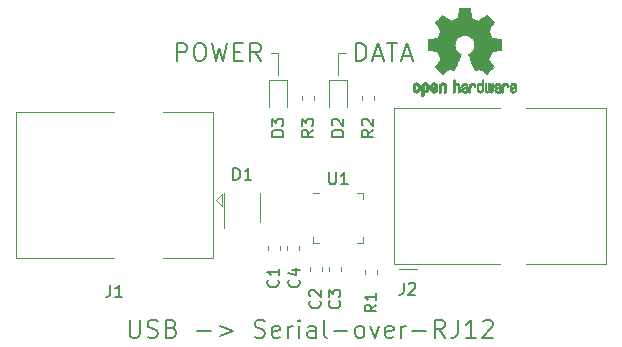
<source format=gbr>
G04 #@! TF.GenerationSoftware,KiCad,Pcbnew,(5.1.2)-2*
G04 #@! TF.CreationDate,2020-04-12T20:05:54-04:00*
G04 #@! TF.ProjectId,usb-serial-interface,7573622d-7365-4726-9961-6c2d696e7465,rev?*
G04 #@! TF.SameCoordinates,Original*
G04 #@! TF.FileFunction,Legend,Top*
G04 #@! TF.FilePolarity,Positive*
%FSLAX46Y46*%
G04 Gerber Fmt 4.6, Leading zero omitted, Abs format (unit mm)*
G04 Created by KiCad (PCBNEW (5.1.2)-2) date 2020-04-12 20:05:54*
%MOMM*%
%LPD*%
G04 APERTURE LIST*
%ADD10C,0.177800*%
%ADD11C,0.120000*%
%ADD12C,0.010000*%
%ADD13C,0.100000*%
%ADD14C,0.150000*%
G04 APERTURE END LIST*
D10*
X89026142Y-91800428D02*
X89026142Y-93034142D01*
X89098714Y-93179285D01*
X89171285Y-93251857D01*
X89316428Y-93324428D01*
X89606714Y-93324428D01*
X89751857Y-93251857D01*
X89824428Y-93179285D01*
X89897000Y-93034142D01*
X89897000Y-91800428D01*
X90550142Y-93251857D02*
X90767857Y-93324428D01*
X91130714Y-93324428D01*
X91275857Y-93251857D01*
X91348428Y-93179285D01*
X91421000Y-93034142D01*
X91421000Y-92889000D01*
X91348428Y-92743857D01*
X91275857Y-92671285D01*
X91130714Y-92598714D01*
X90840428Y-92526142D01*
X90695285Y-92453571D01*
X90622714Y-92381000D01*
X90550142Y-92235857D01*
X90550142Y-92090714D01*
X90622714Y-91945571D01*
X90695285Y-91873000D01*
X90840428Y-91800428D01*
X91203285Y-91800428D01*
X91421000Y-91873000D01*
X92582142Y-92526142D02*
X92799857Y-92598714D01*
X92872428Y-92671285D01*
X92945000Y-92816428D01*
X92945000Y-93034142D01*
X92872428Y-93179285D01*
X92799857Y-93251857D01*
X92654714Y-93324428D01*
X92074142Y-93324428D01*
X92074142Y-91800428D01*
X92582142Y-91800428D01*
X92727285Y-91873000D01*
X92799857Y-91945571D01*
X92872428Y-92090714D01*
X92872428Y-92235857D01*
X92799857Y-92381000D01*
X92727285Y-92453571D01*
X92582142Y-92526142D01*
X92074142Y-92526142D01*
X94759285Y-92743857D02*
X95920428Y-92743857D01*
X96646142Y-92308428D02*
X97807285Y-92743857D01*
X96646142Y-93179285D01*
X99621571Y-93251857D02*
X99839285Y-93324428D01*
X100202142Y-93324428D01*
X100347285Y-93251857D01*
X100419857Y-93179285D01*
X100492428Y-93034142D01*
X100492428Y-92889000D01*
X100419857Y-92743857D01*
X100347285Y-92671285D01*
X100202142Y-92598714D01*
X99911857Y-92526142D01*
X99766714Y-92453571D01*
X99694142Y-92381000D01*
X99621571Y-92235857D01*
X99621571Y-92090714D01*
X99694142Y-91945571D01*
X99766714Y-91873000D01*
X99911857Y-91800428D01*
X100274714Y-91800428D01*
X100492428Y-91873000D01*
X101726142Y-93251857D02*
X101581000Y-93324428D01*
X101290714Y-93324428D01*
X101145571Y-93251857D01*
X101073000Y-93106714D01*
X101073000Y-92526142D01*
X101145571Y-92381000D01*
X101290714Y-92308428D01*
X101581000Y-92308428D01*
X101726142Y-92381000D01*
X101798714Y-92526142D01*
X101798714Y-92671285D01*
X101073000Y-92816428D01*
X102451857Y-93324428D02*
X102451857Y-92308428D01*
X102451857Y-92598714D02*
X102524428Y-92453571D01*
X102597000Y-92381000D01*
X102742142Y-92308428D01*
X102887285Y-92308428D01*
X103395285Y-93324428D02*
X103395285Y-92308428D01*
X103395285Y-91800428D02*
X103322714Y-91873000D01*
X103395285Y-91945571D01*
X103467857Y-91873000D01*
X103395285Y-91800428D01*
X103395285Y-91945571D01*
X104774142Y-93324428D02*
X104774142Y-92526142D01*
X104701571Y-92381000D01*
X104556428Y-92308428D01*
X104266142Y-92308428D01*
X104121000Y-92381000D01*
X104774142Y-93251857D02*
X104629000Y-93324428D01*
X104266142Y-93324428D01*
X104121000Y-93251857D01*
X104048428Y-93106714D01*
X104048428Y-92961571D01*
X104121000Y-92816428D01*
X104266142Y-92743857D01*
X104629000Y-92743857D01*
X104774142Y-92671285D01*
X105717571Y-93324428D02*
X105572428Y-93251857D01*
X105499857Y-93106714D01*
X105499857Y-91800428D01*
X106298142Y-92743857D02*
X107459285Y-92743857D01*
X108402714Y-93324428D02*
X108257571Y-93251857D01*
X108185000Y-93179285D01*
X108112428Y-93034142D01*
X108112428Y-92598714D01*
X108185000Y-92453571D01*
X108257571Y-92381000D01*
X108402714Y-92308428D01*
X108620428Y-92308428D01*
X108765571Y-92381000D01*
X108838142Y-92453571D01*
X108910714Y-92598714D01*
X108910714Y-93034142D01*
X108838142Y-93179285D01*
X108765571Y-93251857D01*
X108620428Y-93324428D01*
X108402714Y-93324428D01*
X109418714Y-92308428D02*
X109781571Y-93324428D01*
X110144428Y-92308428D01*
X111305571Y-93251857D02*
X111160428Y-93324428D01*
X110870142Y-93324428D01*
X110725000Y-93251857D01*
X110652428Y-93106714D01*
X110652428Y-92526142D01*
X110725000Y-92381000D01*
X110870142Y-92308428D01*
X111160428Y-92308428D01*
X111305571Y-92381000D01*
X111378142Y-92526142D01*
X111378142Y-92671285D01*
X110652428Y-92816428D01*
X112031285Y-93324428D02*
X112031285Y-92308428D01*
X112031285Y-92598714D02*
X112103857Y-92453571D01*
X112176428Y-92381000D01*
X112321571Y-92308428D01*
X112466714Y-92308428D01*
X112974714Y-92743857D02*
X114135857Y-92743857D01*
X115732428Y-93324428D02*
X115224428Y-92598714D01*
X114861571Y-93324428D02*
X114861571Y-91800428D01*
X115442142Y-91800428D01*
X115587285Y-91873000D01*
X115659857Y-91945571D01*
X115732428Y-92090714D01*
X115732428Y-92308428D01*
X115659857Y-92453571D01*
X115587285Y-92526142D01*
X115442142Y-92598714D01*
X114861571Y-92598714D01*
X116821000Y-91800428D02*
X116821000Y-92889000D01*
X116748428Y-93106714D01*
X116603285Y-93251857D01*
X116385571Y-93324428D01*
X116240428Y-93324428D01*
X118345000Y-93324428D02*
X117474142Y-93324428D01*
X117909571Y-93324428D02*
X117909571Y-91800428D01*
X117764428Y-92018142D01*
X117619285Y-92163285D01*
X117474142Y-92235857D01*
X118925571Y-91945571D02*
X118998142Y-91873000D01*
X119143285Y-91800428D01*
X119506142Y-91800428D01*
X119651285Y-91873000D01*
X119723857Y-91945571D01*
X119796428Y-92090714D01*
X119796428Y-92235857D01*
X119723857Y-92453571D01*
X118853000Y-93324428D01*
X119796428Y-93324428D01*
D11*
X106680000Y-69215000D02*
X107315000Y-69215000D01*
X106680000Y-71120000D02*
X106680000Y-69215000D01*
X101600000Y-69215000D02*
X101600000Y-71120000D01*
X100965000Y-69215000D02*
X101600000Y-69215000D01*
D10*
X108204000Y-69904428D02*
X108204000Y-68380428D01*
X108566857Y-68380428D01*
X108784571Y-68453000D01*
X108929714Y-68598142D01*
X109002285Y-68743285D01*
X109074857Y-69033571D01*
X109074857Y-69251285D01*
X109002285Y-69541571D01*
X108929714Y-69686714D01*
X108784571Y-69831857D01*
X108566857Y-69904428D01*
X108204000Y-69904428D01*
X109655428Y-69469000D02*
X110381142Y-69469000D01*
X109510285Y-69904428D02*
X110018285Y-68380428D01*
X110526285Y-69904428D01*
X110816571Y-68380428D02*
X111687428Y-68380428D01*
X111252000Y-69904428D02*
X111252000Y-68380428D01*
X112122857Y-69469000D02*
X112848571Y-69469000D01*
X111977714Y-69904428D02*
X112485714Y-68380428D01*
X112993714Y-69904428D01*
X93000285Y-69904428D02*
X93000285Y-68380428D01*
X93580857Y-68380428D01*
X93726000Y-68453000D01*
X93798571Y-68525571D01*
X93871142Y-68670714D01*
X93871142Y-68888428D01*
X93798571Y-69033571D01*
X93726000Y-69106142D01*
X93580857Y-69178714D01*
X93000285Y-69178714D01*
X94814571Y-68380428D02*
X95104857Y-68380428D01*
X95250000Y-68453000D01*
X95395142Y-68598142D01*
X95467714Y-68888428D01*
X95467714Y-69396428D01*
X95395142Y-69686714D01*
X95250000Y-69831857D01*
X95104857Y-69904428D01*
X94814571Y-69904428D01*
X94669428Y-69831857D01*
X94524285Y-69686714D01*
X94451714Y-69396428D01*
X94451714Y-68888428D01*
X94524285Y-68598142D01*
X94669428Y-68453000D01*
X94814571Y-68380428D01*
X95975714Y-68380428D02*
X96338571Y-69904428D01*
X96628857Y-68815857D01*
X96919142Y-69904428D01*
X97282000Y-68380428D01*
X97862571Y-69106142D02*
X98370571Y-69106142D01*
X98588285Y-69904428D02*
X97862571Y-69904428D01*
X97862571Y-68380428D01*
X98588285Y-68380428D01*
X100112285Y-69904428D02*
X99604285Y-69178714D01*
X99241428Y-69904428D02*
X99241428Y-68380428D01*
X99822000Y-68380428D01*
X99967142Y-68453000D01*
X100039714Y-68525571D01*
X100112285Y-68670714D01*
X100112285Y-68888428D01*
X100039714Y-69033571D01*
X99967142Y-69106142D01*
X99822000Y-69178714D01*
X99241428Y-69178714D01*
D12*
G36*
X114143886Y-71719505D02*
G01*
X114218539Y-71756727D01*
X114284431Y-71825261D01*
X114302577Y-71850648D01*
X114322345Y-71883866D01*
X114335172Y-71919945D01*
X114342510Y-71968098D01*
X114345813Y-72037536D01*
X114346538Y-72129206D01*
X114343263Y-72254830D01*
X114331877Y-72349154D01*
X114310041Y-72419523D01*
X114275419Y-72473286D01*
X114225670Y-72517788D01*
X114222014Y-72520423D01*
X114172985Y-72547377D01*
X114113945Y-72560712D01*
X114038859Y-72564000D01*
X113916795Y-72564000D01*
X113916744Y-72682497D01*
X113915608Y-72748492D01*
X113908686Y-72787202D01*
X113890598Y-72810419D01*
X113855962Y-72829933D01*
X113847645Y-72833920D01*
X113808720Y-72852603D01*
X113778583Y-72864403D01*
X113756174Y-72865422D01*
X113740433Y-72851761D01*
X113730302Y-72819522D01*
X113724723Y-72764804D01*
X113722635Y-72683711D01*
X113722981Y-72572344D01*
X113724700Y-72426802D01*
X113725237Y-72383269D01*
X113727172Y-72233205D01*
X113728904Y-72135042D01*
X113916692Y-72135042D01*
X113917748Y-72218364D01*
X113922438Y-72272880D01*
X113933051Y-72308837D01*
X113951872Y-72336482D01*
X113964650Y-72349965D01*
X114016890Y-72389417D01*
X114063142Y-72392628D01*
X114110867Y-72360049D01*
X114112077Y-72358846D01*
X114131494Y-72333668D01*
X114143307Y-72299447D01*
X114149265Y-72246748D01*
X114151120Y-72166131D01*
X114151154Y-72148271D01*
X114146670Y-72037175D01*
X114132074Y-71960161D01*
X114105650Y-71913147D01*
X114065683Y-71892050D01*
X114042584Y-71889923D01*
X113987762Y-71899900D01*
X113950158Y-71932752D01*
X113927523Y-71992857D01*
X113917606Y-72084598D01*
X113916692Y-72135042D01*
X113728904Y-72135042D01*
X113729222Y-72117060D01*
X113731873Y-72029679D01*
X113735606Y-71965905D01*
X113740907Y-71920582D01*
X113748258Y-71888555D01*
X113758143Y-71864668D01*
X113771046Y-71843764D01*
X113776579Y-71835898D01*
X113849969Y-71761595D01*
X113942760Y-71719467D01*
X114050096Y-71707722D01*
X114143886Y-71719505D01*
X114143886Y-71719505D01*
G37*
X114143886Y-71719505D02*
X114218539Y-71756727D01*
X114284431Y-71825261D01*
X114302577Y-71850648D01*
X114322345Y-71883866D01*
X114335172Y-71919945D01*
X114342510Y-71968098D01*
X114345813Y-72037536D01*
X114346538Y-72129206D01*
X114343263Y-72254830D01*
X114331877Y-72349154D01*
X114310041Y-72419523D01*
X114275419Y-72473286D01*
X114225670Y-72517788D01*
X114222014Y-72520423D01*
X114172985Y-72547377D01*
X114113945Y-72560712D01*
X114038859Y-72564000D01*
X113916795Y-72564000D01*
X113916744Y-72682497D01*
X113915608Y-72748492D01*
X113908686Y-72787202D01*
X113890598Y-72810419D01*
X113855962Y-72829933D01*
X113847645Y-72833920D01*
X113808720Y-72852603D01*
X113778583Y-72864403D01*
X113756174Y-72865422D01*
X113740433Y-72851761D01*
X113730302Y-72819522D01*
X113724723Y-72764804D01*
X113722635Y-72683711D01*
X113722981Y-72572344D01*
X113724700Y-72426802D01*
X113725237Y-72383269D01*
X113727172Y-72233205D01*
X113728904Y-72135042D01*
X113916692Y-72135042D01*
X113917748Y-72218364D01*
X113922438Y-72272880D01*
X113933051Y-72308837D01*
X113951872Y-72336482D01*
X113964650Y-72349965D01*
X114016890Y-72389417D01*
X114063142Y-72392628D01*
X114110867Y-72360049D01*
X114112077Y-72358846D01*
X114131494Y-72333668D01*
X114143307Y-72299447D01*
X114149265Y-72246748D01*
X114151120Y-72166131D01*
X114151154Y-72148271D01*
X114146670Y-72037175D01*
X114132074Y-71960161D01*
X114105650Y-71913147D01*
X114065683Y-71892050D01*
X114042584Y-71889923D01*
X113987762Y-71899900D01*
X113950158Y-71932752D01*
X113927523Y-71992857D01*
X113917606Y-72084598D01*
X113916692Y-72135042D01*
X113728904Y-72135042D01*
X113729222Y-72117060D01*
X113731873Y-72029679D01*
X113735606Y-71965905D01*
X113740907Y-71920582D01*
X113748258Y-71888555D01*
X113758143Y-71864668D01*
X113771046Y-71843764D01*
X113776579Y-71835898D01*
X113849969Y-71761595D01*
X113942760Y-71719467D01*
X114050096Y-71707722D01*
X114143886Y-71719505D01*
G36*
X115646664Y-71730089D02*
G01*
X115709367Y-71766358D01*
X115752961Y-71802358D01*
X115784845Y-71840075D01*
X115806810Y-71886199D01*
X115820649Y-71947421D01*
X115828153Y-72030431D01*
X115831117Y-72141919D01*
X115831461Y-72222062D01*
X115831461Y-72517065D01*
X115665385Y-72591515D01*
X115655615Y-72268402D01*
X115651579Y-72147729D01*
X115647344Y-72060141D01*
X115642097Y-71999650D01*
X115635025Y-71960268D01*
X115625311Y-71936007D01*
X115612144Y-71920880D01*
X115607919Y-71917606D01*
X115543909Y-71892034D01*
X115479208Y-71902153D01*
X115440692Y-71929000D01*
X115425025Y-71948024D01*
X115414180Y-71972988D01*
X115407288Y-72010834D01*
X115403479Y-72068502D01*
X115401883Y-72152935D01*
X115401615Y-72240928D01*
X115401563Y-72351323D01*
X115399672Y-72429463D01*
X115393345Y-72482165D01*
X115379983Y-72516242D01*
X115356985Y-72538511D01*
X115321754Y-72555787D01*
X115274697Y-72573738D01*
X115223303Y-72593278D01*
X115229421Y-72246485D01*
X115231884Y-72121468D01*
X115234767Y-72029082D01*
X115238898Y-71962881D01*
X115245107Y-71916420D01*
X115254226Y-71883256D01*
X115267083Y-71856944D01*
X115282584Y-71833729D01*
X115357371Y-71759569D01*
X115448628Y-71716684D01*
X115547883Y-71706412D01*
X115646664Y-71730089D01*
X115646664Y-71730089D01*
G37*
X115646664Y-71730089D02*
X115709367Y-71766358D01*
X115752961Y-71802358D01*
X115784845Y-71840075D01*
X115806810Y-71886199D01*
X115820649Y-71947421D01*
X115828153Y-72030431D01*
X115831117Y-72141919D01*
X115831461Y-72222062D01*
X115831461Y-72517065D01*
X115665385Y-72591515D01*
X115655615Y-72268402D01*
X115651579Y-72147729D01*
X115647344Y-72060141D01*
X115642097Y-71999650D01*
X115635025Y-71960268D01*
X115625311Y-71936007D01*
X115612144Y-71920880D01*
X115607919Y-71917606D01*
X115543909Y-71892034D01*
X115479208Y-71902153D01*
X115440692Y-71929000D01*
X115425025Y-71948024D01*
X115414180Y-71972988D01*
X115407288Y-72010834D01*
X115403479Y-72068502D01*
X115401883Y-72152935D01*
X115401615Y-72240928D01*
X115401563Y-72351323D01*
X115399672Y-72429463D01*
X115393345Y-72482165D01*
X115379983Y-72516242D01*
X115356985Y-72538511D01*
X115321754Y-72555787D01*
X115274697Y-72573738D01*
X115223303Y-72593278D01*
X115229421Y-72246485D01*
X115231884Y-72121468D01*
X115234767Y-72029082D01*
X115238898Y-71962881D01*
X115245107Y-71916420D01*
X115254226Y-71883256D01*
X115267083Y-71856944D01*
X115282584Y-71833729D01*
X115357371Y-71759569D01*
X115448628Y-71716684D01*
X115547883Y-71706412D01*
X115646664Y-71730089D01*
G36*
X113391886Y-71722256D02*
G01*
X113483464Y-71770409D01*
X113551049Y-71847905D01*
X113575057Y-71897727D01*
X113593738Y-71972533D01*
X113603301Y-72067052D01*
X113604208Y-72170210D01*
X113596921Y-72270935D01*
X113581903Y-72358153D01*
X113559615Y-72420791D01*
X113552765Y-72431579D01*
X113471632Y-72512105D01*
X113375266Y-72560336D01*
X113270701Y-72574450D01*
X113164968Y-72552629D01*
X113135543Y-72539547D01*
X113078241Y-72499231D01*
X113027950Y-72445775D01*
X113023197Y-72438995D01*
X113003878Y-72406321D01*
X112991108Y-72371394D01*
X112983564Y-72325414D01*
X112979924Y-72259584D01*
X112978865Y-72165105D01*
X112978846Y-72143923D01*
X112978894Y-72137182D01*
X113174231Y-72137182D01*
X113175368Y-72226349D01*
X113179841Y-72285520D01*
X113189246Y-72323741D01*
X113205176Y-72350053D01*
X113213308Y-72358846D01*
X113260058Y-72392261D01*
X113305447Y-72390737D01*
X113351340Y-72361752D01*
X113378712Y-72330809D01*
X113394923Y-72285643D01*
X113404026Y-72214420D01*
X113404651Y-72206114D01*
X113406204Y-72077037D01*
X113389965Y-71981172D01*
X113356152Y-71919107D01*
X113304984Y-71891432D01*
X113286720Y-71889923D01*
X113238760Y-71897513D01*
X113205953Y-71923808D01*
X113185895Y-71974095D01*
X113176178Y-72053664D01*
X113174231Y-72137182D01*
X112978894Y-72137182D01*
X112979574Y-72043249D01*
X112982629Y-71972906D01*
X112989322Y-71924163D01*
X113000960Y-71888288D01*
X113018853Y-71856548D01*
X113022808Y-71850648D01*
X113089267Y-71771104D01*
X113161685Y-71724929D01*
X113249849Y-71706599D01*
X113279787Y-71705703D01*
X113391886Y-71722256D01*
X113391886Y-71722256D01*
G37*
X113391886Y-71722256D02*
X113483464Y-71770409D01*
X113551049Y-71847905D01*
X113575057Y-71897727D01*
X113593738Y-71972533D01*
X113603301Y-72067052D01*
X113604208Y-72170210D01*
X113596921Y-72270935D01*
X113581903Y-72358153D01*
X113559615Y-72420791D01*
X113552765Y-72431579D01*
X113471632Y-72512105D01*
X113375266Y-72560336D01*
X113270701Y-72574450D01*
X113164968Y-72552629D01*
X113135543Y-72539547D01*
X113078241Y-72499231D01*
X113027950Y-72445775D01*
X113023197Y-72438995D01*
X113003878Y-72406321D01*
X112991108Y-72371394D01*
X112983564Y-72325414D01*
X112979924Y-72259584D01*
X112978865Y-72165105D01*
X112978846Y-72143923D01*
X112978894Y-72137182D01*
X113174231Y-72137182D01*
X113175368Y-72226349D01*
X113179841Y-72285520D01*
X113189246Y-72323741D01*
X113205176Y-72350053D01*
X113213308Y-72358846D01*
X113260058Y-72392261D01*
X113305447Y-72390737D01*
X113351340Y-72361752D01*
X113378712Y-72330809D01*
X113394923Y-72285643D01*
X113404026Y-72214420D01*
X113404651Y-72206114D01*
X113406204Y-72077037D01*
X113389965Y-71981172D01*
X113356152Y-71919107D01*
X113304984Y-71891432D01*
X113286720Y-71889923D01*
X113238760Y-71897513D01*
X113205953Y-71923808D01*
X113185895Y-71974095D01*
X113176178Y-72053664D01*
X113174231Y-72137182D01*
X112978894Y-72137182D01*
X112979574Y-72043249D01*
X112982629Y-71972906D01*
X112989322Y-71924163D01*
X113000960Y-71888288D01*
X113018853Y-71856548D01*
X113022808Y-71850648D01*
X113089267Y-71771104D01*
X113161685Y-71724929D01*
X113249849Y-71706599D01*
X113279787Y-71705703D01*
X113391886Y-71722256D01*
G36*
X114909254Y-71734745D02*
G01*
X114986286Y-71786567D01*
X115045816Y-71861412D01*
X115081378Y-71956654D01*
X115088571Y-72026756D01*
X115087754Y-72056009D01*
X115080914Y-72078407D01*
X115062112Y-72098474D01*
X115025408Y-72120733D01*
X114964862Y-72149709D01*
X114874534Y-72189927D01*
X114874077Y-72190129D01*
X114790933Y-72228210D01*
X114722753Y-72262025D01*
X114676505Y-72287933D01*
X114659158Y-72302295D01*
X114659154Y-72302411D01*
X114674443Y-72333685D01*
X114710196Y-72368157D01*
X114751242Y-72392990D01*
X114772037Y-72397923D01*
X114828770Y-72380862D01*
X114877627Y-72338133D01*
X114901465Y-72291155D01*
X114924397Y-72256522D01*
X114969318Y-72217081D01*
X115022123Y-72183009D01*
X115068710Y-72164480D01*
X115078452Y-72163462D01*
X115089418Y-72180215D01*
X115090079Y-72223039D01*
X115082020Y-72280781D01*
X115066827Y-72342289D01*
X115046086Y-72396409D01*
X115045038Y-72398510D01*
X114982621Y-72485660D01*
X114901726Y-72544939D01*
X114809856Y-72574034D01*
X114714513Y-72570634D01*
X114623198Y-72532428D01*
X114619138Y-72529741D01*
X114547306Y-72464642D01*
X114500073Y-72379705D01*
X114473934Y-72268021D01*
X114470426Y-72236643D01*
X114464213Y-72088536D01*
X114471661Y-72019468D01*
X114659154Y-72019468D01*
X114661590Y-72062552D01*
X114674914Y-72075126D01*
X114708132Y-72065719D01*
X114760494Y-72043483D01*
X114819024Y-72015610D01*
X114820479Y-72014872D01*
X114870089Y-71988777D01*
X114890000Y-71971363D01*
X114885090Y-71953107D01*
X114864416Y-71929120D01*
X114811819Y-71894406D01*
X114755177Y-71891856D01*
X114704369Y-71917119D01*
X114669276Y-71965847D01*
X114659154Y-72019468D01*
X114471661Y-72019468D01*
X114476992Y-71970036D01*
X114509778Y-71876055D01*
X114555421Y-71810215D01*
X114637802Y-71743681D01*
X114728546Y-71710676D01*
X114821185Y-71708573D01*
X114909254Y-71734745D01*
X114909254Y-71734745D01*
G37*
X114909254Y-71734745D02*
X114986286Y-71786567D01*
X115045816Y-71861412D01*
X115081378Y-71956654D01*
X115088571Y-72026756D01*
X115087754Y-72056009D01*
X115080914Y-72078407D01*
X115062112Y-72098474D01*
X115025408Y-72120733D01*
X114964862Y-72149709D01*
X114874534Y-72189927D01*
X114874077Y-72190129D01*
X114790933Y-72228210D01*
X114722753Y-72262025D01*
X114676505Y-72287933D01*
X114659158Y-72302295D01*
X114659154Y-72302411D01*
X114674443Y-72333685D01*
X114710196Y-72368157D01*
X114751242Y-72392990D01*
X114772037Y-72397923D01*
X114828770Y-72380862D01*
X114877627Y-72338133D01*
X114901465Y-72291155D01*
X114924397Y-72256522D01*
X114969318Y-72217081D01*
X115022123Y-72183009D01*
X115068710Y-72164480D01*
X115078452Y-72163462D01*
X115089418Y-72180215D01*
X115090079Y-72223039D01*
X115082020Y-72280781D01*
X115066827Y-72342289D01*
X115046086Y-72396409D01*
X115045038Y-72398510D01*
X114982621Y-72485660D01*
X114901726Y-72544939D01*
X114809856Y-72574034D01*
X114714513Y-72570634D01*
X114623198Y-72532428D01*
X114619138Y-72529741D01*
X114547306Y-72464642D01*
X114500073Y-72379705D01*
X114473934Y-72268021D01*
X114470426Y-72236643D01*
X114464213Y-72088536D01*
X114471661Y-72019468D01*
X114659154Y-72019468D01*
X114661590Y-72062552D01*
X114674914Y-72075126D01*
X114708132Y-72065719D01*
X114760494Y-72043483D01*
X114819024Y-72015610D01*
X114820479Y-72014872D01*
X114870089Y-71988777D01*
X114890000Y-71971363D01*
X114885090Y-71953107D01*
X114864416Y-71929120D01*
X114811819Y-71894406D01*
X114755177Y-71891856D01*
X114704369Y-71917119D01*
X114669276Y-71965847D01*
X114659154Y-72019468D01*
X114471661Y-72019468D01*
X114476992Y-71970036D01*
X114509778Y-71876055D01*
X114555421Y-71810215D01*
X114637802Y-71743681D01*
X114728546Y-71710676D01*
X114821185Y-71708573D01*
X114909254Y-71734745D01*
G36*
X116534846Y-71627120D02*
G01*
X116540572Y-71706980D01*
X116547149Y-71754039D01*
X116556262Y-71774566D01*
X116569598Y-71774829D01*
X116573923Y-71772378D01*
X116631444Y-71754636D01*
X116706268Y-71755672D01*
X116782339Y-71773910D01*
X116829918Y-71797505D01*
X116878702Y-71835198D01*
X116914364Y-71877855D01*
X116938845Y-71932057D01*
X116954087Y-72004384D01*
X116962030Y-72101419D01*
X116964616Y-72229742D01*
X116964662Y-72254358D01*
X116964692Y-72530870D01*
X116903161Y-72552320D01*
X116859459Y-72566912D01*
X116835482Y-72573706D01*
X116834777Y-72573769D01*
X116832415Y-72555345D01*
X116830406Y-72504526D01*
X116828901Y-72427993D01*
X116828053Y-72332430D01*
X116827923Y-72274329D01*
X116827651Y-72159771D01*
X116826252Y-72077667D01*
X116822849Y-72021393D01*
X116816567Y-71984326D01*
X116806529Y-71959844D01*
X116791861Y-71941325D01*
X116782702Y-71932406D01*
X116719789Y-71896466D01*
X116651136Y-71893775D01*
X116588848Y-71924170D01*
X116577329Y-71935144D01*
X116560433Y-71955779D01*
X116548714Y-71980256D01*
X116541233Y-72015647D01*
X116537054Y-72069026D01*
X116535237Y-72147466D01*
X116534846Y-72255617D01*
X116534846Y-72530870D01*
X116473315Y-72552320D01*
X116429613Y-72566912D01*
X116405636Y-72573706D01*
X116404930Y-72573769D01*
X116403126Y-72555069D01*
X116401500Y-72502322D01*
X116400117Y-72420557D01*
X116399042Y-72314805D01*
X116398340Y-72190094D01*
X116398077Y-72051455D01*
X116398077Y-71516806D01*
X116525077Y-71463236D01*
X116534846Y-71627120D01*
X116534846Y-71627120D01*
G37*
X116534846Y-71627120D02*
X116540572Y-71706980D01*
X116547149Y-71754039D01*
X116556262Y-71774566D01*
X116569598Y-71774829D01*
X116573923Y-71772378D01*
X116631444Y-71754636D01*
X116706268Y-71755672D01*
X116782339Y-71773910D01*
X116829918Y-71797505D01*
X116878702Y-71835198D01*
X116914364Y-71877855D01*
X116938845Y-71932057D01*
X116954087Y-72004384D01*
X116962030Y-72101419D01*
X116964616Y-72229742D01*
X116964662Y-72254358D01*
X116964692Y-72530870D01*
X116903161Y-72552320D01*
X116859459Y-72566912D01*
X116835482Y-72573706D01*
X116834777Y-72573769D01*
X116832415Y-72555345D01*
X116830406Y-72504526D01*
X116828901Y-72427993D01*
X116828053Y-72332430D01*
X116827923Y-72274329D01*
X116827651Y-72159771D01*
X116826252Y-72077667D01*
X116822849Y-72021393D01*
X116816567Y-71984326D01*
X116806529Y-71959844D01*
X116791861Y-71941325D01*
X116782702Y-71932406D01*
X116719789Y-71896466D01*
X116651136Y-71893775D01*
X116588848Y-71924170D01*
X116577329Y-71935144D01*
X116560433Y-71955779D01*
X116548714Y-71980256D01*
X116541233Y-72015647D01*
X116537054Y-72069026D01*
X116535237Y-72147466D01*
X116534846Y-72255617D01*
X116534846Y-72530870D01*
X116473315Y-72552320D01*
X116429613Y-72566912D01*
X116405636Y-72573706D01*
X116404930Y-72573769D01*
X116403126Y-72555069D01*
X116401500Y-72502322D01*
X116400117Y-72420557D01*
X116399042Y-72314805D01*
X116398340Y-72190094D01*
X116398077Y-72051455D01*
X116398077Y-71516806D01*
X116525077Y-71463236D01*
X116534846Y-71627120D01*
G36*
X117428501Y-71761303D02*
G01*
X117505060Y-71789733D01*
X117505936Y-71790279D01*
X117553285Y-71825127D01*
X117588241Y-71865852D01*
X117612825Y-71918925D01*
X117629062Y-71990814D01*
X117638975Y-72087992D01*
X117644586Y-72216928D01*
X117645077Y-72235298D01*
X117652141Y-72512287D01*
X117592695Y-72543028D01*
X117549681Y-72563802D01*
X117523710Y-72573646D01*
X117522509Y-72573769D01*
X117518014Y-72555606D01*
X117514444Y-72506612D01*
X117512248Y-72435031D01*
X117511769Y-72377068D01*
X117511758Y-72283170D01*
X117507466Y-72224203D01*
X117492503Y-72196079D01*
X117460482Y-72194706D01*
X117405014Y-72215998D01*
X117321269Y-72255136D01*
X117259689Y-72287643D01*
X117228017Y-72315845D01*
X117218706Y-72346582D01*
X117218692Y-72348104D01*
X117234057Y-72401054D01*
X117279547Y-72429660D01*
X117349166Y-72433803D01*
X117399313Y-72433084D01*
X117425754Y-72447527D01*
X117442243Y-72482218D01*
X117451733Y-72526416D01*
X117438057Y-72551493D01*
X117432907Y-72555082D01*
X117384425Y-72569496D01*
X117316531Y-72571537D01*
X117246612Y-72561983D01*
X117197068Y-72544522D01*
X117128570Y-72486364D01*
X117089634Y-72405408D01*
X117081923Y-72342160D01*
X117087807Y-72285111D01*
X117109101Y-72238542D01*
X117151265Y-72197181D01*
X117219759Y-72155755D01*
X117320044Y-72108993D01*
X117326154Y-72106350D01*
X117416490Y-72064617D01*
X117472235Y-72030391D01*
X117496129Y-71999635D01*
X117490913Y-71968311D01*
X117459328Y-71932383D01*
X117449883Y-71924116D01*
X117386617Y-71892058D01*
X117321064Y-71893407D01*
X117263972Y-71924838D01*
X117226093Y-71983024D01*
X117222574Y-71994446D01*
X117188300Y-72049837D01*
X117144809Y-72076518D01*
X117081923Y-72102960D01*
X117081923Y-72034548D01*
X117101052Y-71935110D01*
X117157831Y-71843902D01*
X117187378Y-71813389D01*
X117254542Y-71774228D01*
X117339956Y-71756500D01*
X117428501Y-71761303D01*
X117428501Y-71761303D01*
G37*
X117428501Y-71761303D02*
X117505060Y-71789733D01*
X117505936Y-71790279D01*
X117553285Y-71825127D01*
X117588241Y-71865852D01*
X117612825Y-71918925D01*
X117629062Y-71990814D01*
X117638975Y-72087992D01*
X117644586Y-72216928D01*
X117645077Y-72235298D01*
X117652141Y-72512287D01*
X117592695Y-72543028D01*
X117549681Y-72563802D01*
X117523710Y-72573646D01*
X117522509Y-72573769D01*
X117518014Y-72555606D01*
X117514444Y-72506612D01*
X117512248Y-72435031D01*
X117511769Y-72377068D01*
X117511758Y-72283170D01*
X117507466Y-72224203D01*
X117492503Y-72196079D01*
X117460482Y-72194706D01*
X117405014Y-72215998D01*
X117321269Y-72255136D01*
X117259689Y-72287643D01*
X117228017Y-72315845D01*
X117218706Y-72346582D01*
X117218692Y-72348104D01*
X117234057Y-72401054D01*
X117279547Y-72429660D01*
X117349166Y-72433803D01*
X117399313Y-72433084D01*
X117425754Y-72447527D01*
X117442243Y-72482218D01*
X117451733Y-72526416D01*
X117438057Y-72551493D01*
X117432907Y-72555082D01*
X117384425Y-72569496D01*
X117316531Y-72571537D01*
X117246612Y-72561983D01*
X117197068Y-72544522D01*
X117128570Y-72486364D01*
X117089634Y-72405408D01*
X117081923Y-72342160D01*
X117087807Y-72285111D01*
X117109101Y-72238542D01*
X117151265Y-72197181D01*
X117219759Y-72155755D01*
X117320044Y-72108993D01*
X117326154Y-72106350D01*
X117416490Y-72064617D01*
X117472235Y-72030391D01*
X117496129Y-71999635D01*
X117490913Y-71968311D01*
X117459328Y-71932383D01*
X117449883Y-71924116D01*
X117386617Y-71892058D01*
X117321064Y-71893407D01*
X117263972Y-71924838D01*
X117226093Y-71983024D01*
X117222574Y-71994446D01*
X117188300Y-72049837D01*
X117144809Y-72076518D01*
X117081923Y-72102960D01*
X117081923Y-72034548D01*
X117101052Y-71935110D01*
X117157831Y-71843902D01*
X117187378Y-71813389D01*
X117254542Y-71774228D01*
X117339956Y-71756500D01*
X117428501Y-71761303D01*
G36*
X118088362Y-71759670D02*
G01*
X118177117Y-71792421D01*
X118249022Y-71850350D01*
X118277144Y-71891128D01*
X118307802Y-71965954D01*
X118307165Y-72020058D01*
X118274987Y-72056446D01*
X118263081Y-72062633D01*
X118211675Y-72081925D01*
X118185422Y-72076982D01*
X118176530Y-72044587D01*
X118176077Y-72026692D01*
X118159797Y-71960859D01*
X118117365Y-71914807D01*
X118058388Y-71892564D01*
X117992475Y-71898161D01*
X117938895Y-71927229D01*
X117920798Y-71943810D01*
X117907971Y-71963925D01*
X117899306Y-71994332D01*
X117893696Y-72041788D01*
X117890035Y-72113050D01*
X117887215Y-72214875D01*
X117886484Y-72247115D01*
X117883820Y-72357410D01*
X117880792Y-72435036D01*
X117876250Y-72486396D01*
X117869046Y-72517890D01*
X117858033Y-72535920D01*
X117842060Y-72546888D01*
X117831834Y-72551733D01*
X117788406Y-72568301D01*
X117762842Y-72573769D01*
X117754395Y-72555507D01*
X117749239Y-72500296D01*
X117747346Y-72407499D01*
X117748689Y-72276478D01*
X117749107Y-72256269D01*
X117752058Y-72136733D01*
X117755548Y-72049449D01*
X117760514Y-71987591D01*
X117767893Y-71944336D01*
X117778624Y-71912860D01*
X117793645Y-71886339D01*
X117801502Y-71874975D01*
X117846553Y-71824692D01*
X117896940Y-71785581D01*
X117903108Y-71782167D01*
X117993458Y-71755212D01*
X118088362Y-71759670D01*
X118088362Y-71759670D01*
G37*
X118088362Y-71759670D02*
X118177117Y-71792421D01*
X118249022Y-71850350D01*
X118277144Y-71891128D01*
X118307802Y-71965954D01*
X118307165Y-72020058D01*
X118274987Y-72056446D01*
X118263081Y-72062633D01*
X118211675Y-72081925D01*
X118185422Y-72076982D01*
X118176530Y-72044587D01*
X118176077Y-72026692D01*
X118159797Y-71960859D01*
X118117365Y-71914807D01*
X118058388Y-71892564D01*
X117992475Y-71898161D01*
X117938895Y-71927229D01*
X117920798Y-71943810D01*
X117907971Y-71963925D01*
X117899306Y-71994332D01*
X117893696Y-72041788D01*
X117890035Y-72113050D01*
X117887215Y-72214875D01*
X117886484Y-72247115D01*
X117883820Y-72357410D01*
X117880792Y-72435036D01*
X117876250Y-72486396D01*
X117869046Y-72517890D01*
X117858033Y-72535920D01*
X117842060Y-72546888D01*
X117831834Y-72551733D01*
X117788406Y-72568301D01*
X117762842Y-72573769D01*
X117754395Y-72555507D01*
X117749239Y-72500296D01*
X117747346Y-72407499D01*
X117748689Y-72276478D01*
X117749107Y-72256269D01*
X117752058Y-72136733D01*
X117755548Y-72049449D01*
X117760514Y-71987591D01*
X117767893Y-71944336D01*
X117778624Y-71912860D01*
X117793645Y-71886339D01*
X117801502Y-71874975D01*
X117846553Y-71824692D01*
X117896940Y-71785581D01*
X117903108Y-71782167D01*
X117993458Y-71755212D01*
X118088362Y-71759670D01*
G36*
X118977081Y-71915289D02*
G01*
X118976833Y-72061320D01*
X118975872Y-72173655D01*
X118973794Y-72257678D01*
X118970193Y-72318769D01*
X118964665Y-72362309D01*
X118956804Y-72393679D01*
X118946207Y-72418262D01*
X118938182Y-72432294D01*
X118871728Y-72508388D01*
X118787470Y-72556084D01*
X118694249Y-72573199D01*
X118600900Y-72557546D01*
X118545312Y-72529418D01*
X118486957Y-72480760D01*
X118447186Y-72421333D01*
X118423190Y-72343507D01*
X118412161Y-72239652D01*
X118410599Y-72163462D01*
X118410809Y-72157986D01*
X118547308Y-72157986D01*
X118548141Y-72245355D01*
X118551961Y-72303192D01*
X118560746Y-72341029D01*
X118576474Y-72368398D01*
X118595266Y-72389042D01*
X118658375Y-72428890D01*
X118726137Y-72432295D01*
X118790179Y-72399025D01*
X118795164Y-72394517D01*
X118816439Y-72371067D01*
X118829779Y-72343166D01*
X118837001Y-72301641D01*
X118839923Y-72237316D01*
X118840385Y-72166200D01*
X118839383Y-72076858D01*
X118835238Y-72017258D01*
X118826236Y-71978089D01*
X118810667Y-71950040D01*
X118797902Y-71935144D01*
X118738600Y-71897575D01*
X118670301Y-71893057D01*
X118605110Y-71921753D01*
X118592528Y-71932406D01*
X118571111Y-71956063D01*
X118557744Y-71984251D01*
X118550566Y-72026245D01*
X118547719Y-72091319D01*
X118547308Y-72157986D01*
X118410809Y-72157986D01*
X118415322Y-72040765D01*
X118431362Y-71948577D01*
X118461528Y-71879269D01*
X118508629Y-71825211D01*
X118545312Y-71797505D01*
X118611990Y-71767572D01*
X118689272Y-71753678D01*
X118761110Y-71757397D01*
X118801308Y-71772400D01*
X118817082Y-71776670D01*
X118827550Y-71760750D01*
X118834856Y-71718089D01*
X118840385Y-71653106D01*
X118846437Y-71580732D01*
X118854844Y-71537187D01*
X118870141Y-71512287D01*
X118896864Y-71495845D01*
X118913654Y-71488564D01*
X118977154Y-71461963D01*
X118977081Y-71915289D01*
X118977081Y-71915289D01*
G37*
X118977081Y-71915289D02*
X118976833Y-72061320D01*
X118975872Y-72173655D01*
X118973794Y-72257678D01*
X118970193Y-72318769D01*
X118964665Y-72362309D01*
X118956804Y-72393679D01*
X118946207Y-72418262D01*
X118938182Y-72432294D01*
X118871728Y-72508388D01*
X118787470Y-72556084D01*
X118694249Y-72573199D01*
X118600900Y-72557546D01*
X118545312Y-72529418D01*
X118486957Y-72480760D01*
X118447186Y-72421333D01*
X118423190Y-72343507D01*
X118412161Y-72239652D01*
X118410599Y-72163462D01*
X118410809Y-72157986D01*
X118547308Y-72157986D01*
X118548141Y-72245355D01*
X118551961Y-72303192D01*
X118560746Y-72341029D01*
X118576474Y-72368398D01*
X118595266Y-72389042D01*
X118658375Y-72428890D01*
X118726137Y-72432295D01*
X118790179Y-72399025D01*
X118795164Y-72394517D01*
X118816439Y-72371067D01*
X118829779Y-72343166D01*
X118837001Y-72301641D01*
X118839923Y-72237316D01*
X118840385Y-72166200D01*
X118839383Y-72076858D01*
X118835238Y-72017258D01*
X118826236Y-71978089D01*
X118810667Y-71950040D01*
X118797902Y-71935144D01*
X118738600Y-71897575D01*
X118670301Y-71893057D01*
X118605110Y-71921753D01*
X118592528Y-71932406D01*
X118571111Y-71956063D01*
X118557744Y-71984251D01*
X118550566Y-72026245D01*
X118547719Y-72091319D01*
X118547308Y-72157986D01*
X118410809Y-72157986D01*
X118415322Y-72040765D01*
X118431362Y-71948577D01*
X118461528Y-71879269D01*
X118508629Y-71825211D01*
X118545312Y-71797505D01*
X118611990Y-71767572D01*
X118689272Y-71753678D01*
X118761110Y-71757397D01*
X118801308Y-71772400D01*
X118817082Y-71776670D01*
X118827550Y-71760750D01*
X118834856Y-71718089D01*
X118840385Y-71653106D01*
X118846437Y-71580732D01*
X118854844Y-71537187D01*
X118870141Y-71512287D01*
X118896864Y-71495845D01*
X118913654Y-71488564D01*
X118977154Y-71461963D01*
X118977081Y-71915289D01*
G36*
X119770929Y-71771662D02*
G01*
X119773911Y-71823068D01*
X119776247Y-71901192D01*
X119777749Y-71999857D01*
X119778231Y-72103343D01*
X119778231Y-72453533D01*
X119716401Y-72515363D01*
X119673793Y-72553462D01*
X119636390Y-72568895D01*
X119585270Y-72567918D01*
X119564978Y-72565433D01*
X119501554Y-72558200D01*
X119449095Y-72554055D01*
X119436308Y-72553672D01*
X119393199Y-72556176D01*
X119331544Y-72562462D01*
X119307638Y-72565433D01*
X119248922Y-72570028D01*
X119209464Y-72560046D01*
X119170338Y-72529228D01*
X119156215Y-72515363D01*
X119094385Y-72453533D01*
X119094385Y-71798503D01*
X119144150Y-71775829D01*
X119187002Y-71759034D01*
X119212073Y-71753154D01*
X119218501Y-71771736D01*
X119224509Y-71823655D01*
X119229697Y-71903172D01*
X119233664Y-72004546D01*
X119235577Y-72090192D01*
X119240923Y-72427231D01*
X119287560Y-72433825D01*
X119329976Y-72429214D01*
X119350760Y-72414287D01*
X119356570Y-72386377D01*
X119361530Y-72326925D01*
X119365246Y-72243466D01*
X119367324Y-72143532D01*
X119367624Y-72092104D01*
X119367923Y-71796054D01*
X119429454Y-71774604D01*
X119473004Y-71760020D01*
X119496694Y-71753219D01*
X119497377Y-71753154D01*
X119499754Y-71771642D01*
X119502366Y-71822906D01*
X119504995Y-71900649D01*
X119507421Y-71998574D01*
X119509115Y-72090192D01*
X119514461Y-72427231D01*
X119631692Y-72427231D01*
X119637072Y-72119746D01*
X119642451Y-71812261D01*
X119699601Y-71782707D01*
X119741797Y-71762413D01*
X119766770Y-71753204D01*
X119767491Y-71753154D01*
X119770929Y-71771662D01*
X119770929Y-71771662D01*
G37*
X119770929Y-71771662D02*
X119773911Y-71823068D01*
X119776247Y-71901192D01*
X119777749Y-71999857D01*
X119778231Y-72103343D01*
X119778231Y-72453533D01*
X119716401Y-72515363D01*
X119673793Y-72553462D01*
X119636390Y-72568895D01*
X119585270Y-72567918D01*
X119564978Y-72565433D01*
X119501554Y-72558200D01*
X119449095Y-72554055D01*
X119436308Y-72553672D01*
X119393199Y-72556176D01*
X119331544Y-72562462D01*
X119307638Y-72565433D01*
X119248922Y-72570028D01*
X119209464Y-72560046D01*
X119170338Y-72529228D01*
X119156215Y-72515363D01*
X119094385Y-72453533D01*
X119094385Y-71798503D01*
X119144150Y-71775829D01*
X119187002Y-71759034D01*
X119212073Y-71753154D01*
X119218501Y-71771736D01*
X119224509Y-71823655D01*
X119229697Y-71903172D01*
X119233664Y-72004546D01*
X119235577Y-72090192D01*
X119240923Y-72427231D01*
X119287560Y-72433825D01*
X119329976Y-72429214D01*
X119350760Y-72414287D01*
X119356570Y-72386377D01*
X119361530Y-72326925D01*
X119365246Y-72243466D01*
X119367324Y-72143532D01*
X119367624Y-72092104D01*
X119367923Y-71796054D01*
X119429454Y-71774604D01*
X119473004Y-71760020D01*
X119496694Y-71753219D01*
X119497377Y-71753154D01*
X119499754Y-71771642D01*
X119502366Y-71822906D01*
X119504995Y-71900649D01*
X119507421Y-71998574D01*
X119509115Y-72090192D01*
X119514461Y-72427231D01*
X119631692Y-72427231D01*
X119637072Y-72119746D01*
X119642451Y-71812261D01*
X119699601Y-71782707D01*
X119741797Y-71762413D01*
X119766770Y-71753204D01*
X119767491Y-71753154D01*
X119770929Y-71771662D01*
G36*
X120262333Y-71768528D02*
G01*
X120318590Y-71794117D01*
X120362747Y-71825124D01*
X120395101Y-71859795D01*
X120417438Y-71904520D01*
X120431546Y-71965692D01*
X120439211Y-72049701D01*
X120442220Y-72162940D01*
X120442538Y-72237509D01*
X120442538Y-72528420D01*
X120392773Y-72551095D01*
X120353576Y-72567667D01*
X120334157Y-72573769D01*
X120330442Y-72555610D01*
X120327495Y-72506648D01*
X120325691Y-72435153D01*
X120325308Y-72378385D01*
X120323661Y-72296371D01*
X120319222Y-72231309D01*
X120312740Y-72191467D01*
X120307590Y-72183000D01*
X120272977Y-72191646D01*
X120218640Y-72213823D01*
X120155722Y-72243886D01*
X120095368Y-72276192D01*
X120048721Y-72305098D01*
X120026926Y-72324961D01*
X120026839Y-72325175D01*
X120028714Y-72361935D01*
X120045525Y-72397026D01*
X120075039Y-72425528D01*
X120118116Y-72435061D01*
X120154932Y-72433950D01*
X120207074Y-72433133D01*
X120234444Y-72445349D01*
X120250882Y-72477624D01*
X120252955Y-72483710D01*
X120260081Y-72529739D01*
X120241024Y-72557687D01*
X120191353Y-72571007D01*
X120137697Y-72573470D01*
X120041142Y-72555210D01*
X119991159Y-72529131D01*
X119929429Y-72467868D01*
X119896690Y-72392670D01*
X119893753Y-72313211D01*
X119921424Y-72239167D01*
X119963047Y-72192769D01*
X120004604Y-72166793D01*
X120069922Y-72133907D01*
X120146038Y-72100557D01*
X120158726Y-72095461D01*
X120242333Y-72058565D01*
X120290530Y-72026046D01*
X120306030Y-71993718D01*
X120291550Y-71957394D01*
X120266692Y-71929000D01*
X120207939Y-71894039D01*
X120143293Y-71891417D01*
X120084008Y-71918358D01*
X120041339Y-71972088D01*
X120035739Y-71985950D01*
X120003133Y-72036936D01*
X119955530Y-72074787D01*
X119895461Y-72105850D01*
X119895461Y-72017768D01*
X119898997Y-71963951D01*
X119914156Y-71921534D01*
X119947768Y-71876279D01*
X119980035Y-71841420D01*
X120030209Y-71792062D01*
X120069193Y-71765547D01*
X120111064Y-71754911D01*
X120158460Y-71753154D01*
X120262333Y-71768528D01*
X120262333Y-71768528D01*
G37*
X120262333Y-71768528D02*
X120318590Y-71794117D01*
X120362747Y-71825124D01*
X120395101Y-71859795D01*
X120417438Y-71904520D01*
X120431546Y-71965692D01*
X120439211Y-72049701D01*
X120442220Y-72162940D01*
X120442538Y-72237509D01*
X120442538Y-72528420D01*
X120392773Y-72551095D01*
X120353576Y-72567667D01*
X120334157Y-72573769D01*
X120330442Y-72555610D01*
X120327495Y-72506648D01*
X120325691Y-72435153D01*
X120325308Y-72378385D01*
X120323661Y-72296371D01*
X120319222Y-72231309D01*
X120312740Y-72191467D01*
X120307590Y-72183000D01*
X120272977Y-72191646D01*
X120218640Y-72213823D01*
X120155722Y-72243886D01*
X120095368Y-72276192D01*
X120048721Y-72305098D01*
X120026926Y-72324961D01*
X120026839Y-72325175D01*
X120028714Y-72361935D01*
X120045525Y-72397026D01*
X120075039Y-72425528D01*
X120118116Y-72435061D01*
X120154932Y-72433950D01*
X120207074Y-72433133D01*
X120234444Y-72445349D01*
X120250882Y-72477624D01*
X120252955Y-72483710D01*
X120260081Y-72529739D01*
X120241024Y-72557687D01*
X120191353Y-72571007D01*
X120137697Y-72573470D01*
X120041142Y-72555210D01*
X119991159Y-72529131D01*
X119929429Y-72467868D01*
X119896690Y-72392670D01*
X119893753Y-72313211D01*
X119921424Y-72239167D01*
X119963047Y-72192769D01*
X120004604Y-72166793D01*
X120069922Y-72133907D01*
X120146038Y-72100557D01*
X120158726Y-72095461D01*
X120242333Y-72058565D01*
X120290530Y-72026046D01*
X120306030Y-71993718D01*
X120291550Y-71957394D01*
X120266692Y-71929000D01*
X120207939Y-71894039D01*
X120143293Y-71891417D01*
X120084008Y-71918358D01*
X120041339Y-71972088D01*
X120035739Y-71985950D01*
X120003133Y-72036936D01*
X119955530Y-72074787D01*
X119895461Y-72105850D01*
X119895461Y-72017768D01*
X119898997Y-71963951D01*
X119914156Y-71921534D01*
X119947768Y-71876279D01*
X119980035Y-71841420D01*
X120030209Y-71792062D01*
X120069193Y-71765547D01*
X120111064Y-71754911D01*
X120158460Y-71753154D01*
X120262333Y-71768528D01*
G36*
X120945807Y-71771782D02*
G01*
X120969161Y-71781988D01*
X121024902Y-71826134D01*
X121072569Y-71889967D01*
X121102048Y-71958087D01*
X121106846Y-71991670D01*
X121090760Y-72038556D01*
X121055475Y-72063365D01*
X121017644Y-72078387D01*
X121000321Y-72081155D01*
X120991886Y-72061066D01*
X120975230Y-72017351D01*
X120967923Y-71997598D01*
X120926948Y-71929271D01*
X120867622Y-71895191D01*
X120791552Y-71896239D01*
X120785918Y-71897581D01*
X120745305Y-71916836D01*
X120715448Y-71954375D01*
X120695055Y-72014809D01*
X120682836Y-72102751D01*
X120677500Y-72222813D01*
X120677000Y-72286698D01*
X120676752Y-72387403D01*
X120675126Y-72456054D01*
X120670801Y-72499673D01*
X120662454Y-72525282D01*
X120648765Y-72539903D01*
X120628411Y-72550558D01*
X120627234Y-72551095D01*
X120588038Y-72567667D01*
X120568619Y-72573769D01*
X120565635Y-72555319D01*
X120563081Y-72504323D01*
X120561140Y-72427308D01*
X120559997Y-72330805D01*
X120559769Y-72260184D01*
X120560932Y-72123525D01*
X120565479Y-72019851D01*
X120574999Y-71943108D01*
X120591081Y-71887246D01*
X120615313Y-71846212D01*
X120649286Y-71813954D01*
X120682833Y-71791440D01*
X120763499Y-71761476D01*
X120857381Y-71754718D01*
X120945807Y-71771782D01*
X120945807Y-71771782D01*
G37*
X120945807Y-71771782D02*
X120969161Y-71781988D01*
X121024902Y-71826134D01*
X121072569Y-71889967D01*
X121102048Y-71958087D01*
X121106846Y-71991670D01*
X121090760Y-72038556D01*
X121055475Y-72063365D01*
X121017644Y-72078387D01*
X121000321Y-72081155D01*
X120991886Y-72061066D01*
X120975230Y-72017351D01*
X120967923Y-71997598D01*
X120926948Y-71929271D01*
X120867622Y-71895191D01*
X120791552Y-71896239D01*
X120785918Y-71897581D01*
X120745305Y-71916836D01*
X120715448Y-71954375D01*
X120695055Y-72014809D01*
X120682836Y-72102751D01*
X120677500Y-72222813D01*
X120677000Y-72286698D01*
X120676752Y-72387403D01*
X120675126Y-72456054D01*
X120670801Y-72499673D01*
X120662454Y-72525282D01*
X120648765Y-72539903D01*
X120628411Y-72550558D01*
X120627234Y-72551095D01*
X120588038Y-72567667D01*
X120568619Y-72573769D01*
X120565635Y-72555319D01*
X120563081Y-72504323D01*
X120561140Y-72427308D01*
X120559997Y-72330805D01*
X120559769Y-72260184D01*
X120560932Y-72123525D01*
X120565479Y-72019851D01*
X120574999Y-71943108D01*
X120591081Y-71887246D01*
X120615313Y-71846212D01*
X120649286Y-71813954D01*
X120682833Y-71791440D01*
X120763499Y-71761476D01*
X120857381Y-71754718D01*
X120945807Y-71771782D01*
G36*
X121620224Y-71782838D02*
G01*
X121697528Y-71833361D01*
X121734814Y-71878590D01*
X121764353Y-71960663D01*
X121766699Y-72025607D01*
X121761385Y-72112445D01*
X121561115Y-72200103D01*
X121463739Y-72244887D01*
X121400113Y-72280913D01*
X121367029Y-72312117D01*
X121361280Y-72342436D01*
X121379658Y-72375805D01*
X121399923Y-72397923D01*
X121458889Y-72433393D01*
X121523024Y-72435879D01*
X121581926Y-72408235D01*
X121625197Y-72353320D01*
X121632936Y-72333928D01*
X121670006Y-72273364D01*
X121712654Y-72247552D01*
X121771154Y-72225471D01*
X121771154Y-72309184D01*
X121765982Y-72366150D01*
X121745723Y-72414189D01*
X121703262Y-72469346D01*
X121696951Y-72476514D01*
X121649720Y-72525585D01*
X121609121Y-72551920D01*
X121558328Y-72564035D01*
X121516220Y-72568003D01*
X121440902Y-72568991D01*
X121387286Y-72556466D01*
X121353838Y-72537869D01*
X121301268Y-72496975D01*
X121264879Y-72452748D01*
X121241850Y-72397126D01*
X121229359Y-72322047D01*
X121224587Y-72219449D01*
X121224206Y-72167376D01*
X121225501Y-72104948D01*
X121343471Y-72104948D01*
X121344839Y-72138438D01*
X121348249Y-72143923D01*
X121370753Y-72136472D01*
X121419182Y-72116753D01*
X121483908Y-72088718D01*
X121497443Y-72082692D01*
X121579244Y-72041096D01*
X121624312Y-72004538D01*
X121634217Y-71970296D01*
X121610526Y-71935648D01*
X121590960Y-71920339D01*
X121520360Y-71889721D01*
X121454280Y-71894780D01*
X121398959Y-71932151D01*
X121360636Y-71998473D01*
X121348349Y-72051116D01*
X121343471Y-72104948D01*
X121225501Y-72104948D01*
X121226730Y-72045720D01*
X121236032Y-71955710D01*
X121254460Y-71890167D01*
X121284360Y-71841912D01*
X121328080Y-71803767D01*
X121347141Y-71791440D01*
X121433726Y-71759336D01*
X121528522Y-71757316D01*
X121620224Y-71782838D01*
X121620224Y-71782838D01*
G37*
X121620224Y-71782838D02*
X121697528Y-71833361D01*
X121734814Y-71878590D01*
X121764353Y-71960663D01*
X121766699Y-72025607D01*
X121761385Y-72112445D01*
X121561115Y-72200103D01*
X121463739Y-72244887D01*
X121400113Y-72280913D01*
X121367029Y-72312117D01*
X121361280Y-72342436D01*
X121379658Y-72375805D01*
X121399923Y-72397923D01*
X121458889Y-72433393D01*
X121523024Y-72435879D01*
X121581926Y-72408235D01*
X121625197Y-72353320D01*
X121632936Y-72333928D01*
X121670006Y-72273364D01*
X121712654Y-72247552D01*
X121771154Y-72225471D01*
X121771154Y-72309184D01*
X121765982Y-72366150D01*
X121745723Y-72414189D01*
X121703262Y-72469346D01*
X121696951Y-72476514D01*
X121649720Y-72525585D01*
X121609121Y-72551920D01*
X121558328Y-72564035D01*
X121516220Y-72568003D01*
X121440902Y-72568991D01*
X121387286Y-72556466D01*
X121353838Y-72537869D01*
X121301268Y-72496975D01*
X121264879Y-72452748D01*
X121241850Y-72397126D01*
X121229359Y-72322047D01*
X121224587Y-72219449D01*
X121224206Y-72167376D01*
X121225501Y-72104948D01*
X121343471Y-72104948D01*
X121344839Y-72138438D01*
X121348249Y-72143923D01*
X121370753Y-72136472D01*
X121419182Y-72116753D01*
X121483908Y-72088718D01*
X121497443Y-72082692D01*
X121579244Y-72041096D01*
X121624312Y-72004538D01*
X121634217Y-71970296D01*
X121610526Y-71935648D01*
X121590960Y-71920339D01*
X121520360Y-71889721D01*
X121454280Y-71894780D01*
X121398959Y-71932151D01*
X121360636Y-71998473D01*
X121348349Y-72051116D01*
X121343471Y-72104948D01*
X121225501Y-72104948D01*
X121226730Y-72045720D01*
X121236032Y-71955710D01*
X121254460Y-71890167D01*
X121284360Y-71841912D01*
X121328080Y-71803767D01*
X121347141Y-71791440D01*
X121433726Y-71759336D01*
X121528522Y-71757316D01*
X121620224Y-71782838D01*
G36*
X117514878Y-65422776D02*
G01*
X117620612Y-65423355D01*
X117697132Y-65424922D01*
X117749372Y-65427972D01*
X117782263Y-65432996D01*
X117800737Y-65440489D01*
X117809727Y-65450944D01*
X117814163Y-65464853D01*
X117814594Y-65466654D01*
X117821333Y-65499145D01*
X117833808Y-65563252D01*
X117850719Y-65652151D01*
X117870771Y-65759019D01*
X117892664Y-65877033D01*
X117893429Y-65881178D01*
X117915359Y-65996831D01*
X117935877Y-66099014D01*
X117953659Y-66181598D01*
X117967381Y-66238456D01*
X117975718Y-66263458D01*
X117976116Y-66263901D01*
X118000677Y-66276110D01*
X118051315Y-66296456D01*
X118117095Y-66320545D01*
X118117461Y-66320674D01*
X118200317Y-66351818D01*
X118298000Y-66391491D01*
X118390077Y-66431381D01*
X118394434Y-66433353D01*
X118544407Y-66501420D01*
X118876498Y-66274639D01*
X118978374Y-66205504D01*
X119070657Y-66143697D01*
X119148003Y-66092733D01*
X119205064Y-66056127D01*
X119236495Y-66037394D01*
X119239479Y-66036004D01*
X119262321Y-66042190D01*
X119304982Y-66072035D01*
X119369128Y-66126947D01*
X119456421Y-66208334D01*
X119545535Y-66294922D01*
X119631441Y-66380247D01*
X119708327Y-66458108D01*
X119771564Y-66523697D01*
X119816523Y-66572205D01*
X119838576Y-66598825D01*
X119839396Y-66600195D01*
X119841834Y-66618463D01*
X119832650Y-66648295D01*
X119809574Y-66693721D01*
X119770337Y-66758770D01*
X119712670Y-66847470D01*
X119635795Y-66961657D01*
X119567570Y-67062162D01*
X119506582Y-67152303D01*
X119456356Y-67226849D01*
X119420416Y-67280565D01*
X119402287Y-67308218D01*
X119401146Y-67310095D01*
X119403359Y-67336590D01*
X119420138Y-67388086D01*
X119448142Y-67454851D01*
X119458122Y-67476172D01*
X119501672Y-67571159D01*
X119548134Y-67678937D01*
X119585877Y-67772192D01*
X119613073Y-67841406D01*
X119634675Y-67894006D01*
X119647158Y-67921497D01*
X119648709Y-67923616D01*
X119671668Y-67927124D01*
X119725786Y-67936738D01*
X119803868Y-67951089D01*
X119898719Y-67968807D01*
X120003143Y-67988525D01*
X120109944Y-68008874D01*
X120211926Y-68028486D01*
X120301894Y-68045991D01*
X120372653Y-68060022D01*
X120417006Y-68069209D01*
X120427885Y-68071807D01*
X120439122Y-68078218D01*
X120447605Y-68092697D01*
X120453714Y-68120133D01*
X120457832Y-68165411D01*
X120460341Y-68233420D01*
X120461621Y-68329047D01*
X120462054Y-68457180D01*
X120462077Y-68509701D01*
X120462077Y-68936845D01*
X120359500Y-68957091D01*
X120302431Y-68968070D01*
X120217269Y-68984095D01*
X120114372Y-69003233D01*
X120004096Y-69023551D01*
X119973615Y-69029132D01*
X119871855Y-69048917D01*
X119783205Y-69068373D01*
X119715108Y-69085697D01*
X119675004Y-69099088D01*
X119668323Y-69103079D01*
X119651919Y-69131342D01*
X119628399Y-69186109D01*
X119602316Y-69256588D01*
X119597142Y-69271769D01*
X119562956Y-69365896D01*
X119520523Y-69472101D01*
X119478997Y-69567473D01*
X119478792Y-69567916D01*
X119409640Y-69717525D01*
X119864512Y-70386617D01*
X119572500Y-70679116D01*
X119484180Y-70766170D01*
X119403625Y-70842909D01*
X119335360Y-70905237D01*
X119283908Y-70949056D01*
X119253794Y-70970270D01*
X119249474Y-70971616D01*
X119224111Y-70961016D01*
X119172358Y-70931547D01*
X119099868Y-70886705D01*
X119012294Y-70829984D01*
X118917612Y-70766462D01*
X118821516Y-70701668D01*
X118735837Y-70645287D01*
X118666016Y-70600788D01*
X118617494Y-70571639D01*
X118595782Y-70561308D01*
X118569293Y-70570050D01*
X118519062Y-70593087D01*
X118455451Y-70625631D01*
X118448708Y-70629249D01*
X118363046Y-70672210D01*
X118304306Y-70693279D01*
X118267772Y-70693503D01*
X118248731Y-70673928D01*
X118248620Y-70673654D01*
X118239102Y-70650472D01*
X118216403Y-70595441D01*
X118182282Y-70512822D01*
X118138500Y-70406872D01*
X118086816Y-70281852D01*
X118028992Y-70142020D01*
X117972991Y-70006637D01*
X117911447Y-69857234D01*
X117854939Y-69718832D01*
X117805161Y-69595673D01*
X117763806Y-69492002D01*
X117732568Y-69412059D01*
X117713141Y-69360088D01*
X117707154Y-69340692D01*
X117722168Y-69318443D01*
X117761439Y-69282982D01*
X117813807Y-69243887D01*
X117962941Y-69120245D01*
X118079511Y-68978522D01*
X118162118Y-68821704D01*
X118209366Y-68652775D01*
X118219857Y-68474722D01*
X118212231Y-68392539D01*
X118170682Y-68222031D01*
X118099123Y-68071459D01*
X118001995Y-67942309D01*
X117883734Y-67836064D01*
X117748780Y-67754210D01*
X117601571Y-67698232D01*
X117446544Y-67669615D01*
X117288139Y-67669844D01*
X117130794Y-67700405D01*
X116978946Y-67762782D01*
X116837035Y-67858460D01*
X116777803Y-67912572D01*
X116664203Y-68051520D01*
X116585106Y-68203361D01*
X116539986Y-68363667D01*
X116528316Y-68528012D01*
X116549569Y-68691971D01*
X116603220Y-68851118D01*
X116688740Y-69001025D01*
X116805605Y-69137267D01*
X116936193Y-69243887D01*
X116990588Y-69284642D01*
X117029014Y-69319718D01*
X117042846Y-69340726D01*
X117035603Y-69363635D01*
X117015005Y-69418365D01*
X116982746Y-69500672D01*
X116940521Y-69606315D01*
X116890023Y-69731050D01*
X116832948Y-69870636D01*
X116776854Y-70006670D01*
X116714967Y-70156201D01*
X116657644Y-70294767D01*
X116606644Y-70418107D01*
X116563727Y-70521964D01*
X116530653Y-70602080D01*
X116509181Y-70654195D01*
X116501225Y-70673654D01*
X116482429Y-70693423D01*
X116446074Y-70693365D01*
X116387479Y-70672441D01*
X116301968Y-70629613D01*
X116301292Y-70629249D01*
X116236907Y-70596012D01*
X116184861Y-70571802D01*
X116155512Y-70561404D01*
X116154217Y-70561308D01*
X116132124Y-70571855D01*
X116083348Y-70601184D01*
X116013331Y-70645827D01*
X115927514Y-70702314D01*
X115832388Y-70766462D01*
X115735540Y-70831411D01*
X115648253Y-70887896D01*
X115576181Y-70932421D01*
X115524977Y-70961490D01*
X115500526Y-70971616D01*
X115478010Y-70958307D01*
X115432742Y-70921112D01*
X115369244Y-70864128D01*
X115292039Y-70791449D01*
X115205651Y-70707171D01*
X115177399Y-70679016D01*
X114885287Y-70386416D01*
X115107631Y-70060104D01*
X115175202Y-69959897D01*
X115234507Y-69869963D01*
X115282217Y-69795510D01*
X115315007Y-69741751D01*
X115329548Y-69713894D01*
X115329974Y-69711912D01*
X115322308Y-69685655D01*
X115301689Y-69632837D01*
X115271685Y-69562310D01*
X115250625Y-69515093D01*
X115211248Y-69424694D01*
X115174165Y-69333366D01*
X115145415Y-69256200D01*
X115137605Y-69232692D01*
X115115417Y-69169916D01*
X115093727Y-69121411D01*
X115081813Y-69103079D01*
X115055523Y-69091859D01*
X114998142Y-69075954D01*
X114917118Y-69057167D01*
X114819895Y-69037299D01*
X114776385Y-69029132D01*
X114665896Y-69008829D01*
X114559916Y-68989170D01*
X114468801Y-68972088D01*
X114402908Y-68959518D01*
X114390500Y-68957091D01*
X114287923Y-68936845D01*
X114287923Y-68509701D01*
X114288153Y-68369246D01*
X114289099Y-68262979D01*
X114291141Y-68186013D01*
X114294662Y-68133460D01*
X114300043Y-68100433D01*
X114307666Y-68082045D01*
X114317912Y-68073408D01*
X114322115Y-68071807D01*
X114347470Y-68066127D01*
X114403484Y-68054795D01*
X114482964Y-68039179D01*
X114578712Y-68020647D01*
X114683533Y-68000569D01*
X114790232Y-67980312D01*
X114891613Y-67961246D01*
X114980479Y-67944739D01*
X115049637Y-67932159D01*
X115091889Y-67924875D01*
X115101290Y-67923616D01*
X115109807Y-67906763D01*
X115128660Y-67861870D01*
X115154324Y-67797430D01*
X115164123Y-67772192D01*
X115203648Y-67674686D01*
X115250192Y-67566959D01*
X115291877Y-67476172D01*
X115322550Y-67406753D01*
X115342956Y-67349710D01*
X115349768Y-67314777D01*
X115348682Y-67310095D01*
X115334285Y-67287991D01*
X115301412Y-67238831D01*
X115253590Y-67167848D01*
X115194348Y-67080278D01*
X115127215Y-66981357D01*
X115113941Y-66961830D01*
X115036046Y-66846140D01*
X114978787Y-66758044D01*
X114939881Y-66693486D01*
X114917044Y-66648411D01*
X114907994Y-66618763D01*
X114910448Y-66600485D01*
X114910511Y-66600369D01*
X114929827Y-66576361D01*
X114972551Y-66529947D01*
X115034051Y-66465937D01*
X115109698Y-66389145D01*
X115194861Y-66304382D01*
X115204465Y-66294922D01*
X115311790Y-66190989D01*
X115394615Y-66114675D01*
X115454605Y-66064571D01*
X115493423Y-66039270D01*
X115510520Y-66036004D01*
X115535473Y-66050250D01*
X115587255Y-66083156D01*
X115660520Y-66131208D01*
X115749920Y-66190890D01*
X115850111Y-66258688D01*
X115873501Y-66274639D01*
X116205593Y-66501420D01*
X116355565Y-66433353D01*
X116446770Y-66393685D01*
X116544669Y-66353791D01*
X116628831Y-66321983D01*
X116632538Y-66320674D01*
X116698369Y-66296576D01*
X116749116Y-66276200D01*
X116773842Y-66263936D01*
X116773884Y-66263901D01*
X116781729Y-66241734D01*
X116795066Y-66187217D01*
X116812570Y-66106480D01*
X116832917Y-66005650D01*
X116854782Y-65890856D01*
X116856571Y-65881178D01*
X116878504Y-65762904D01*
X116898640Y-65655542D01*
X116915680Y-65565917D01*
X116928328Y-65500851D01*
X116935284Y-65467168D01*
X116935406Y-65466654D01*
X116939639Y-65452325D01*
X116947871Y-65441507D01*
X116965033Y-65433706D01*
X116996058Y-65428429D01*
X117045878Y-65425182D01*
X117119424Y-65423472D01*
X117221629Y-65422807D01*
X117357425Y-65422693D01*
X117375000Y-65422692D01*
X117514878Y-65422776D01*
X117514878Y-65422776D01*
G37*
X117514878Y-65422776D02*
X117620612Y-65423355D01*
X117697132Y-65424922D01*
X117749372Y-65427972D01*
X117782263Y-65432996D01*
X117800737Y-65440489D01*
X117809727Y-65450944D01*
X117814163Y-65464853D01*
X117814594Y-65466654D01*
X117821333Y-65499145D01*
X117833808Y-65563252D01*
X117850719Y-65652151D01*
X117870771Y-65759019D01*
X117892664Y-65877033D01*
X117893429Y-65881178D01*
X117915359Y-65996831D01*
X117935877Y-66099014D01*
X117953659Y-66181598D01*
X117967381Y-66238456D01*
X117975718Y-66263458D01*
X117976116Y-66263901D01*
X118000677Y-66276110D01*
X118051315Y-66296456D01*
X118117095Y-66320545D01*
X118117461Y-66320674D01*
X118200317Y-66351818D01*
X118298000Y-66391491D01*
X118390077Y-66431381D01*
X118394434Y-66433353D01*
X118544407Y-66501420D01*
X118876498Y-66274639D01*
X118978374Y-66205504D01*
X119070657Y-66143697D01*
X119148003Y-66092733D01*
X119205064Y-66056127D01*
X119236495Y-66037394D01*
X119239479Y-66036004D01*
X119262321Y-66042190D01*
X119304982Y-66072035D01*
X119369128Y-66126947D01*
X119456421Y-66208334D01*
X119545535Y-66294922D01*
X119631441Y-66380247D01*
X119708327Y-66458108D01*
X119771564Y-66523697D01*
X119816523Y-66572205D01*
X119838576Y-66598825D01*
X119839396Y-66600195D01*
X119841834Y-66618463D01*
X119832650Y-66648295D01*
X119809574Y-66693721D01*
X119770337Y-66758770D01*
X119712670Y-66847470D01*
X119635795Y-66961657D01*
X119567570Y-67062162D01*
X119506582Y-67152303D01*
X119456356Y-67226849D01*
X119420416Y-67280565D01*
X119402287Y-67308218D01*
X119401146Y-67310095D01*
X119403359Y-67336590D01*
X119420138Y-67388086D01*
X119448142Y-67454851D01*
X119458122Y-67476172D01*
X119501672Y-67571159D01*
X119548134Y-67678937D01*
X119585877Y-67772192D01*
X119613073Y-67841406D01*
X119634675Y-67894006D01*
X119647158Y-67921497D01*
X119648709Y-67923616D01*
X119671668Y-67927124D01*
X119725786Y-67936738D01*
X119803868Y-67951089D01*
X119898719Y-67968807D01*
X120003143Y-67988525D01*
X120109944Y-68008874D01*
X120211926Y-68028486D01*
X120301894Y-68045991D01*
X120372653Y-68060022D01*
X120417006Y-68069209D01*
X120427885Y-68071807D01*
X120439122Y-68078218D01*
X120447605Y-68092697D01*
X120453714Y-68120133D01*
X120457832Y-68165411D01*
X120460341Y-68233420D01*
X120461621Y-68329047D01*
X120462054Y-68457180D01*
X120462077Y-68509701D01*
X120462077Y-68936845D01*
X120359500Y-68957091D01*
X120302431Y-68968070D01*
X120217269Y-68984095D01*
X120114372Y-69003233D01*
X120004096Y-69023551D01*
X119973615Y-69029132D01*
X119871855Y-69048917D01*
X119783205Y-69068373D01*
X119715108Y-69085697D01*
X119675004Y-69099088D01*
X119668323Y-69103079D01*
X119651919Y-69131342D01*
X119628399Y-69186109D01*
X119602316Y-69256588D01*
X119597142Y-69271769D01*
X119562956Y-69365896D01*
X119520523Y-69472101D01*
X119478997Y-69567473D01*
X119478792Y-69567916D01*
X119409640Y-69717525D01*
X119864512Y-70386617D01*
X119572500Y-70679116D01*
X119484180Y-70766170D01*
X119403625Y-70842909D01*
X119335360Y-70905237D01*
X119283908Y-70949056D01*
X119253794Y-70970270D01*
X119249474Y-70971616D01*
X119224111Y-70961016D01*
X119172358Y-70931547D01*
X119099868Y-70886705D01*
X119012294Y-70829984D01*
X118917612Y-70766462D01*
X118821516Y-70701668D01*
X118735837Y-70645287D01*
X118666016Y-70600788D01*
X118617494Y-70571639D01*
X118595782Y-70561308D01*
X118569293Y-70570050D01*
X118519062Y-70593087D01*
X118455451Y-70625631D01*
X118448708Y-70629249D01*
X118363046Y-70672210D01*
X118304306Y-70693279D01*
X118267772Y-70693503D01*
X118248731Y-70673928D01*
X118248620Y-70673654D01*
X118239102Y-70650472D01*
X118216403Y-70595441D01*
X118182282Y-70512822D01*
X118138500Y-70406872D01*
X118086816Y-70281852D01*
X118028992Y-70142020D01*
X117972991Y-70006637D01*
X117911447Y-69857234D01*
X117854939Y-69718832D01*
X117805161Y-69595673D01*
X117763806Y-69492002D01*
X117732568Y-69412059D01*
X117713141Y-69360088D01*
X117707154Y-69340692D01*
X117722168Y-69318443D01*
X117761439Y-69282982D01*
X117813807Y-69243887D01*
X117962941Y-69120245D01*
X118079511Y-68978522D01*
X118162118Y-68821704D01*
X118209366Y-68652775D01*
X118219857Y-68474722D01*
X118212231Y-68392539D01*
X118170682Y-68222031D01*
X118099123Y-68071459D01*
X118001995Y-67942309D01*
X117883734Y-67836064D01*
X117748780Y-67754210D01*
X117601571Y-67698232D01*
X117446544Y-67669615D01*
X117288139Y-67669844D01*
X117130794Y-67700405D01*
X116978946Y-67762782D01*
X116837035Y-67858460D01*
X116777803Y-67912572D01*
X116664203Y-68051520D01*
X116585106Y-68203361D01*
X116539986Y-68363667D01*
X116528316Y-68528012D01*
X116549569Y-68691971D01*
X116603220Y-68851118D01*
X116688740Y-69001025D01*
X116805605Y-69137267D01*
X116936193Y-69243887D01*
X116990588Y-69284642D01*
X117029014Y-69319718D01*
X117042846Y-69340726D01*
X117035603Y-69363635D01*
X117015005Y-69418365D01*
X116982746Y-69500672D01*
X116940521Y-69606315D01*
X116890023Y-69731050D01*
X116832948Y-69870636D01*
X116776854Y-70006670D01*
X116714967Y-70156201D01*
X116657644Y-70294767D01*
X116606644Y-70418107D01*
X116563727Y-70521964D01*
X116530653Y-70602080D01*
X116509181Y-70654195D01*
X116501225Y-70673654D01*
X116482429Y-70693423D01*
X116446074Y-70693365D01*
X116387479Y-70672441D01*
X116301968Y-70629613D01*
X116301292Y-70629249D01*
X116236907Y-70596012D01*
X116184861Y-70571802D01*
X116155512Y-70561404D01*
X116154217Y-70561308D01*
X116132124Y-70571855D01*
X116083348Y-70601184D01*
X116013331Y-70645827D01*
X115927514Y-70702314D01*
X115832388Y-70766462D01*
X115735540Y-70831411D01*
X115648253Y-70887896D01*
X115576181Y-70932421D01*
X115524977Y-70961490D01*
X115500526Y-70971616D01*
X115478010Y-70958307D01*
X115432742Y-70921112D01*
X115369244Y-70864128D01*
X115292039Y-70791449D01*
X115205651Y-70707171D01*
X115177399Y-70679016D01*
X114885287Y-70386416D01*
X115107631Y-70060104D01*
X115175202Y-69959897D01*
X115234507Y-69869963D01*
X115282217Y-69795510D01*
X115315007Y-69741751D01*
X115329548Y-69713894D01*
X115329974Y-69711912D01*
X115322308Y-69685655D01*
X115301689Y-69632837D01*
X115271685Y-69562310D01*
X115250625Y-69515093D01*
X115211248Y-69424694D01*
X115174165Y-69333366D01*
X115145415Y-69256200D01*
X115137605Y-69232692D01*
X115115417Y-69169916D01*
X115093727Y-69121411D01*
X115081813Y-69103079D01*
X115055523Y-69091859D01*
X114998142Y-69075954D01*
X114917118Y-69057167D01*
X114819895Y-69037299D01*
X114776385Y-69029132D01*
X114665896Y-69008829D01*
X114559916Y-68989170D01*
X114468801Y-68972088D01*
X114402908Y-68959518D01*
X114390500Y-68957091D01*
X114287923Y-68936845D01*
X114287923Y-68509701D01*
X114288153Y-68369246D01*
X114289099Y-68262979D01*
X114291141Y-68186013D01*
X114294662Y-68133460D01*
X114300043Y-68100433D01*
X114307666Y-68082045D01*
X114317912Y-68073408D01*
X114322115Y-68071807D01*
X114347470Y-68066127D01*
X114403484Y-68054795D01*
X114482964Y-68039179D01*
X114578712Y-68020647D01*
X114683533Y-68000569D01*
X114790232Y-67980312D01*
X114891613Y-67961246D01*
X114980479Y-67944739D01*
X115049637Y-67932159D01*
X115091889Y-67924875D01*
X115101290Y-67923616D01*
X115109807Y-67906763D01*
X115128660Y-67861870D01*
X115154324Y-67797430D01*
X115164123Y-67772192D01*
X115203648Y-67674686D01*
X115250192Y-67566959D01*
X115291877Y-67476172D01*
X115322550Y-67406753D01*
X115342956Y-67349710D01*
X115349768Y-67314777D01*
X115348682Y-67310095D01*
X115334285Y-67287991D01*
X115301412Y-67238831D01*
X115253590Y-67167848D01*
X115194348Y-67080278D01*
X115127215Y-66981357D01*
X115113941Y-66961830D01*
X115036046Y-66846140D01*
X114978787Y-66758044D01*
X114939881Y-66693486D01*
X114917044Y-66648411D01*
X114907994Y-66618763D01*
X114910448Y-66600485D01*
X114910511Y-66600369D01*
X114929827Y-66576361D01*
X114972551Y-66529947D01*
X115034051Y-66465937D01*
X115109698Y-66389145D01*
X115194861Y-66304382D01*
X115204465Y-66294922D01*
X115311790Y-66190989D01*
X115394615Y-66114675D01*
X115454605Y-66064571D01*
X115493423Y-66039270D01*
X115510520Y-66036004D01*
X115535473Y-66050250D01*
X115587255Y-66083156D01*
X115660520Y-66131208D01*
X115749920Y-66190890D01*
X115850111Y-66258688D01*
X115873501Y-66274639D01*
X116205593Y-66501420D01*
X116355565Y-66433353D01*
X116446770Y-66393685D01*
X116544669Y-66353791D01*
X116628831Y-66321983D01*
X116632538Y-66320674D01*
X116698369Y-66296576D01*
X116749116Y-66276200D01*
X116773842Y-66263936D01*
X116773884Y-66263901D01*
X116781729Y-66241734D01*
X116795066Y-66187217D01*
X116812570Y-66106480D01*
X116832917Y-66005650D01*
X116854782Y-65890856D01*
X116856571Y-65881178D01*
X116878504Y-65762904D01*
X116898640Y-65655542D01*
X116915680Y-65565917D01*
X116928328Y-65500851D01*
X116935284Y-65467168D01*
X116935406Y-65466654D01*
X116939639Y-65452325D01*
X116947871Y-65441507D01*
X116965033Y-65433706D01*
X116996058Y-65428429D01*
X117045878Y-65425182D01*
X117119424Y-65423472D01*
X117221629Y-65422807D01*
X117357425Y-65422693D01*
X117375000Y-65422692D01*
X117514878Y-65422776D01*
D11*
X100102000Y-83496000D02*
X100102000Y-81096000D01*
X97002000Y-81096000D02*
X97002000Y-84046000D01*
X107415000Y-73825000D02*
X107415000Y-71540000D01*
X107415000Y-71540000D02*
X105945000Y-71540000D01*
X105945000Y-71540000D02*
X105945000Y-73825000D01*
X100865000Y-71540000D02*
X100865000Y-73825000D01*
X102335000Y-71540000D02*
X100865000Y-71540000D01*
X102335000Y-73825000D02*
X102335000Y-71540000D01*
X96808000Y-81135000D02*
X96308000Y-81635000D01*
X96808000Y-82135000D02*
X96808000Y-81135000D01*
X96308000Y-81635000D02*
X96808000Y-82135000D01*
X79368000Y-74225000D02*
X87728000Y-74225000D01*
X79368000Y-86545000D02*
X79368000Y-74225000D01*
X87728000Y-86545000D02*
X79368000Y-86545000D01*
X96088000Y-74225000D02*
X91828000Y-74225000D01*
X96088000Y-86545000D02*
X96088000Y-74225000D01*
X91828000Y-86545000D02*
X96088000Y-86545000D01*
X111395000Y-87065000D02*
X111395000Y-73865000D01*
X111395000Y-73865000D02*
X120415000Y-73865000D01*
D13*
X129275000Y-73865000D02*
X129395000Y-73865000D01*
D11*
X129395000Y-73865000D02*
X122615000Y-73865000D01*
D13*
X129385000Y-73865000D02*
X129395000Y-73865000D01*
D11*
X129395000Y-73865000D02*
X129395000Y-87065000D01*
X129395000Y-87065000D02*
X122615000Y-87065000D01*
D13*
X120345000Y-87065000D02*
X120415000Y-87065000D01*
D11*
X120415000Y-87065000D02*
X111395000Y-87065000D01*
X113395000Y-87535000D02*
X111865000Y-87535000D01*
X108964000Y-87919779D02*
X108964000Y-87594221D01*
X109984000Y-87919779D02*
X109984000Y-87594221D01*
X109730000Y-73187779D02*
X109730000Y-72862221D01*
X108710000Y-73187779D02*
X108710000Y-72862221D01*
X103630000Y-73187779D02*
X103630000Y-72862221D01*
X104650000Y-73187779D02*
X104650000Y-72862221D01*
X108315000Y-81075000D02*
X108790000Y-81075000D01*
X108790000Y-81075000D02*
X108790000Y-81550000D01*
X105045000Y-85295000D02*
X104570000Y-85295000D01*
X104570000Y-85295000D02*
X104570000Y-84820000D01*
X108315000Y-85295000D02*
X108790000Y-85295000D01*
X108790000Y-85295000D02*
X108790000Y-84820000D01*
X105045000Y-81075000D02*
X104570000Y-81075000D01*
X104265000Y-87340221D02*
X104265000Y-87665779D01*
X105285000Y-87340221D02*
X105285000Y-87665779D01*
X106936000Y-87340221D02*
X106936000Y-87665779D01*
X105916000Y-87340221D02*
X105916000Y-87665779D01*
X100709000Y-85562221D02*
X100709000Y-85887779D01*
X101729000Y-85562221D02*
X101729000Y-85887779D01*
X103380000Y-85562221D02*
X103380000Y-85887779D01*
X102360000Y-85562221D02*
X102360000Y-85887779D01*
D14*
X97813904Y-79954380D02*
X97813904Y-78954380D01*
X98052000Y-78954380D01*
X98194857Y-79002000D01*
X98290095Y-79097238D01*
X98337714Y-79192476D01*
X98385333Y-79382952D01*
X98385333Y-79525809D01*
X98337714Y-79716285D01*
X98290095Y-79811523D01*
X98194857Y-79906761D01*
X98052000Y-79954380D01*
X97813904Y-79954380D01*
X99337714Y-79954380D02*
X98766285Y-79954380D01*
X99052000Y-79954380D02*
X99052000Y-78954380D01*
X98956761Y-79097238D01*
X98861523Y-79192476D01*
X98766285Y-79240095D01*
X107132380Y-76303095D02*
X106132380Y-76303095D01*
X106132380Y-76065000D01*
X106180000Y-75922142D01*
X106275238Y-75826904D01*
X106370476Y-75779285D01*
X106560952Y-75731666D01*
X106703809Y-75731666D01*
X106894285Y-75779285D01*
X106989523Y-75826904D01*
X107084761Y-75922142D01*
X107132380Y-76065000D01*
X107132380Y-76303095D01*
X106227619Y-75350714D02*
X106180000Y-75303095D01*
X106132380Y-75207857D01*
X106132380Y-74969761D01*
X106180000Y-74874523D01*
X106227619Y-74826904D01*
X106322857Y-74779285D01*
X106418095Y-74779285D01*
X106560952Y-74826904D01*
X107132380Y-75398333D01*
X107132380Y-74779285D01*
X102052380Y-76303095D02*
X101052380Y-76303095D01*
X101052380Y-76065000D01*
X101100000Y-75922142D01*
X101195238Y-75826904D01*
X101290476Y-75779285D01*
X101480952Y-75731666D01*
X101623809Y-75731666D01*
X101814285Y-75779285D01*
X101909523Y-75826904D01*
X102004761Y-75922142D01*
X102052380Y-76065000D01*
X102052380Y-76303095D01*
X101052380Y-75398333D02*
X101052380Y-74779285D01*
X101433333Y-75112619D01*
X101433333Y-74969761D01*
X101480952Y-74874523D01*
X101528571Y-74826904D01*
X101623809Y-74779285D01*
X101861904Y-74779285D01*
X101957142Y-74826904D01*
X102004761Y-74874523D01*
X102052380Y-74969761D01*
X102052380Y-75255476D01*
X102004761Y-75350714D01*
X101957142Y-75398333D01*
X87394666Y-88857380D02*
X87394666Y-89571666D01*
X87347047Y-89714523D01*
X87251809Y-89809761D01*
X87108952Y-89857380D01*
X87013714Y-89857380D01*
X88394666Y-89857380D02*
X87823238Y-89857380D01*
X88108952Y-89857380D02*
X88108952Y-88857380D01*
X88013714Y-89000238D01*
X87918476Y-89095476D01*
X87823238Y-89143095D01*
X112228166Y-88675380D02*
X112228166Y-89389666D01*
X112180547Y-89532523D01*
X112085309Y-89627761D01*
X111942452Y-89675380D01*
X111847214Y-89675380D01*
X112656738Y-88770619D02*
X112704357Y-88723000D01*
X112799595Y-88675380D01*
X113037690Y-88675380D01*
X113132928Y-88723000D01*
X113180547Y-88770619D01*
X113228166Y-88865857D01*
X113228166Y-88961095D01*
X113180547Y-89103952D01*
X112609119Y-89675380D01*
X113228166Y-89675380D01*
X109926380Y-90527166D02*
X109450190Y-90860500D01*
X109926380Y-91098595D02*
X108926380Y-91098595D01*
X108926380Y-90717642D01*
X108974000Y-90622404D01*
X109021619Y-90574785D01*
X109116857Y-90527166D01*
X109259714Y-90527166D01*
X109354952Y-90574785D01*
X109402571Y-90622404D01*
X109450190Y-90717642D01*
X109450190Y-91098595D01*
X109926380Y-89574785D02*
X109926380Y-90146214D01*
X109926380Y-89860500D02*
X108926380Y-89860500D01*
X109069238Y-89955738D01*
X109164476Y-90050976D01*
X109212095Y-90146214D01*
X109672380Y-75731666D02*
X109196190Y-76065000D01*
X109672380Y-76303095D02*
X108672380Y-76303095D01*
X108672380Y-75922142D01*
X108720000Y-75826904D01*
X108767619Y-75779285D01*
X108862857Y-75731666D01*
X109005714Y-75731666D01*
X109100952Y-75779285D01*
X109148571Y-75826904D01*
X109196190Y-75922142D01*
X109196190Y-76303095D01*
X108767619Y-75350714D02*
X108720000Y-75303095D01*
X108672380Y-75207857D01*
X108672380Y-74969761D01*
X108720000Y-74874523D01*
X108767619Y-74826904D01*
X108862857Y-74779285D01*
X108958095Y-74779285D01*
X109100952Y-74826904D01*
X109672380Y-75398333D01*
X109672380Y-74779285D01*
X104592380Y-75731666D02*
X104116190Y-76065000D01*
X104592380Y-76303095D02*
X103592380Y-76303095D01*
X103592380Y-75922142D01*
X103640000Y-75826904D01*
X103687619Y-75779285D01*
X103782857Y-75731666D01*
X103925714Y-75731666D01*
X104020952Y-75779285D01*
X104068571Y-75826904D01*
X104116190Y-75922142D01*
X104116190Y-76303095D01*
X103592380Y-75398333D02*
X103592380Y-74779285D01*
X103973333Y-75112619D01*
X103973333Y-74969761D01*
X104020952Y-74874523D01*
X104068571Y-74826904D01*
X104163809Y-74779285D01*
X104401904Y-74779285D01*
X104497142Y-74826904D01*
X104544761Y-74874523D01*
X104592380Y-74969761D01*
X104592380Y-75255476D01*
X104544761Y-75350714D01*
X104497142Y-75398333D01*
X105918095Y-79337380D02*
X105918095Y-80146904D01*
X105965714Y-80242142D01*
X106013333Y-80289761D01*
X106108571Y-80337380D01*
X106299047Y-80337380D01*
X106394285Y-80289761D01*
X106441904Y-80242142D01*
X106489523Y-80146904D01*
X106489523Y-79337380D01*
X107489523Y-80337380D02*
X106918095Y-80337380D01*
X107203809Y-80337380D02*
X107203809Y-79337380D01*
X107108571Y-79480238D01*
X107013333Y-79575476D01*
X106918095Y-79623095D01*
X105132142Y-90209666D02*
X105179761Y-90257285D01*
X105227380Y-90400142D01*
X105227380Y-90495380D01*
X105179761Y-90638238D01*
X105084523Y-90733476D01*
X104989285Y-90781095D01*
X104798809Y-90828714D01*
X104655952Y-90828714D01*
X104465476Y-90781095D01*
X104370238Y-90733476D01*
X104275000Y-90638238D01*
X104227380Y-90495380D01*
X104227380Y-90400142D01*
X104275000Y-90257285D01*
X104322619Y-90209666D01*
X104322619Y-89828714D02*
X104275000Y-89781095D01*
X104227380Y-89685857D01*
X104227380Y-89447761D01*
X104275000Y-89352523D01*
X104322619Y-89304904D01*
X104417857Y-89257285D01*
X104513095Y-89257285D01*
X104655952Y-89304904D01*
X105227380Y-89876333D01*
X105227380Y-89257285D01*
X106783142Y-90209666D02*
X106830761Y-90257285D01*
X106878380Y-90400142D01*
X106878380Y-90495380D01*
X106830761Y-90638238D01*
X106735523Y-90733476D01*
X106640285Y-90781095D01*
X106449809Y-90828714D01*
X106306952Y-90828714D01*
X106116476Y-90781095D01*
X106021238Y-90733476D01*
X105926000Y-90638238D01*
X105878380Y-90495380D01*
X105878380Y-90400142D01*
X105926000Y-90257285D01*
X105973619Y-90209666D01*
X105878380Y-89876333D02*
X105878380Y-89257285D01*
X106259333Y-89590619D01*
X106259333Y-89447761D01*
X106306952Y-89352523D01*
X106354571Y-89304904D01*
X106449809Y-89257285D01*
X106687904Y-89257285D01*
X106783142Y-89304904D01*
X106830761Y-89352523D01*
X106878380Y-89447761D01*
X106878380Y-89733476D01*
X106830761Y-89828714D01*
X106783142Y-89876333D01*
X101576142Y-88431666D02*
X101623761Y-88479285D01*
X101671380Y-88622142D01*
X101671380Y-88717380D01*
X101623761Y-88860238D01*
X101528523Y-88955476D01*
X101433285Y-89003095D01*
X101242809Y-89050714D01*
X101099952Y-89050714D01*
X100909476Y-89003095D01*
X100814238Y-88955476D01*
X100719000Y-88860238D01*
X100671380Y-88717380D01*
X100671380Y-88622142D01*
X100719000Y-88479285D01*
X100766619Y-88431666D01*
X101671380Y-87479285D02*
X101671380Y-88050714D01*
X101671380Y-87765000D02*
X100671380Y-87765000D01*
X100814238Y-87860238D01*
X100909476Y-87955476D01*
X100957095Y-88050714D01*
X103354142Y-88431666D02*
X103401761Y-88479285D01*
X103449380Y-88622142D01*
X103449380Y-88717380D01*
X103401761Y-88860238D01*
X103306523Y-88955476D01*
X103211285Y-89003095D01*
X103020809Y-89050714D01*
X102877952Y-89050714D01*
X102687476Y-89003095D01*
X102592238Y-88955476D01*
X102497000Y-88860238D01*
X102449380Y-88717380D01*
X102449380Y-88622142D01*
X102497000Y-88479285D01*
X102544619Y-88431666D01*
X102782714Y-87574523D02*
X103449380Y-87574523D01*
X102401761Y-87812619D02*
X103116047Y-88050714D01*
X103116047Y-87431666D01*
M02*

</source>
